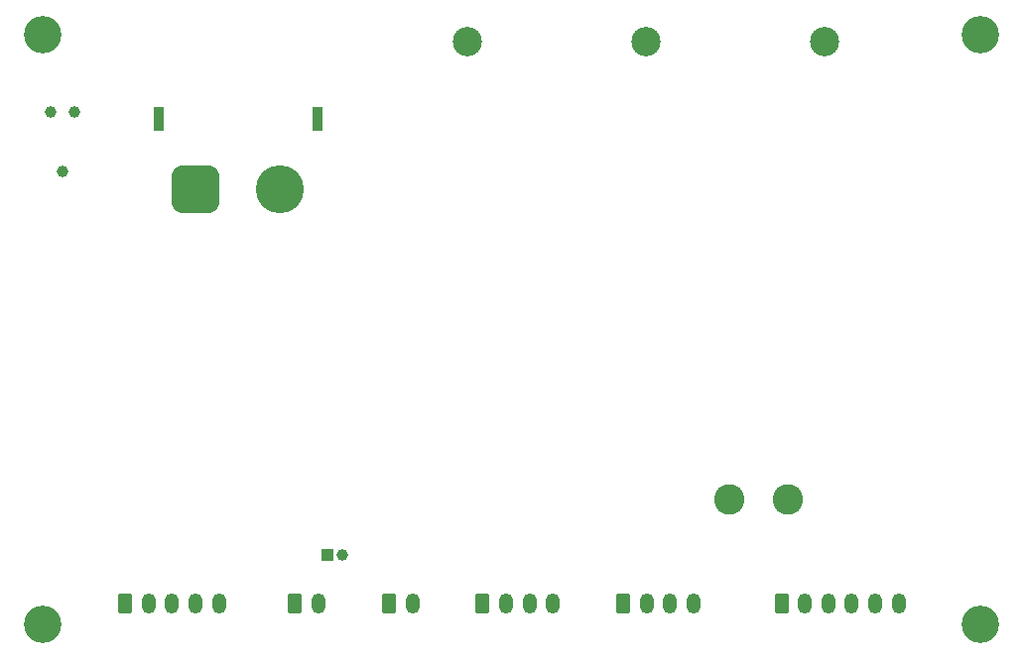
<source format=gbr>
%TF.GenerationSoftware,KiCad,Pcbnew,9.0.2*%
%TF.CreationDate,2025-08-28T15:12:57+09:00*%
%TF.ProjectId,BLDC_Contr,424c4443-5f43-46f6-9e74-722e6b696361,rev?*%
%TF.SameCoordinates,Original*%
%TF.FileFunction,Soldermask,Bot*%
%TF.FilePolarity,Negative*%
%FSLAX46Y46*%
G04 Gerber Fmt 4.6, Leading zero omitted, Abs format (unit mm)*
G04 Created by KiCad (PCBNEW 9.0.2) date 2025-08-28 15:12:57*
%MOMM*%
%LPD*%
G01*
G04 APERTURE LIST*
G04 Aperture macros list*
%AMRoundRect*
0 Rectangle with rounded corners*
0 $1 Rounding radius*
0 $2 $3 $4 $5 $6 $7 $8 $9 X,Y pos of 4 corners*
0 Add a 4 corners polygon primitive as box body*
4,1,4,$2,$3,$4,$5,$6,$7,$8,$9,$2,$3,0*
0 Add four circle primitives for the rounded corners*
1,1,$1+$1,$2,$3*
1,1,$1+$1,$4,$5*
1,1,$1+$1,$6,$7*
1,1,$1+$1,$8,$9*
0 Add four rect primitives between the rounded corners*
20,1,$1+$1,$2,$3,$4,$5,0*
20,1,$1+$1,$4,$5,$6,$7,0*
20,1,$1+$1,$6,$7,$8,$9,0*
20,1,$1+$1,$8,$9,$2,$3,0*%
G04 Aperture macros list end*
%ADD10C,2.500000*%
%ADD11C,2.600000*%
%ADD12R,1.000000X1.000000*%
%ADD13C,1.000000*%
%ADD14C,3.200000*%
%ADD15R,0.900000X2.000000*%
%ADD16RoundRect,1.025000X-1.025000X-1.025000X1.025000X-1.025000X1.025000X1.025000X-1.025000X1.025000X0*%
%ADD17C,4.100000*%
%ADD18RoundRect,0.250000X-0.350000X-0.625000X0.350000X-0.625000X0.350000X0.625000X-0.350000X0.625000X0*%
%ADD19O,1.200000X1.750000*%
%ADD20C,0.990600*%
G04 APERTURE END LIST*
D10*
%TO.C,H5*%
X157734344Y-30227904D03*
%TD*%
D11*
%TO.C,L1*%
X149636184Y-69343905D03*
X154636184Y-69343905D03*
%TD*%
D12*
%TO.C,J8*%
X115280788Y-74042904D03*
D13*
X116550784Y-74042904D03*
%TD*%
D14*
%TO.C,H2*%
X171059184Y-29592904D03*
%TD*%
D10*
%TO.C,H7*%
X127254183Y-30227904D03*
%TD*%
D15*
%TO.C,J1*%
X100945184Y-36772904D03*
X114445184Y-36772904D03*
D16*
X104095184Y-42772904D03*
D17*
X111295184Y-42772904D03*
%TD*%
D18*
%TO.C,J7*%
X112559183Y-78196904D03*
D19*
X114559184Y-78196904D03*
%TD*%
D14*
%TO.C,H3*%
X91059183Y-80000000D03*
%TD*%
D18*
%TO.C,J6*%
X120559183Y-78196904D03*
D19*
X122559184Y-78196904D03*
%TD*%
D20*
%TO.C,J2*%
X92753184Y-41248904D03*
X91737184Y-36168904D03*
X93769184Y-36168904D03*
%TD*%
D18*
%TO.C,J5*%
X128559183Y-78196904D03*
D19*
X130559184Y-78196904D03*
X132559183Y-78196904D03*
X134559183Y-78196904D03*
%TD*%
D14*
%TO.C,H4*%
X171059184Y-80000000D03*
%TD*%
D18*
%TO.C,J10*%
X98059183Y-78196904D03*
D19*
X100059184Y-78196904D03*
X102059183Y-78196904D03*
X104059183Y-78196904D03*
X106059183Y-78196904D03*
%TD*%
D14*
%TO.C,H1*%
X91059183Y-29592904D03*
%TD*%
D18*
%TO.C,J4*%
X140559183Y-78196904D03*
D19*
X142559184Y-78196904D03*
X144559183Y-78196904D03*
X146559183Y-78196904D03*
%TD*%
D18*
%TO.C,J3*%
X154059184Y-78196904D03*
D19*
X156059185Y-78196904D03*
X158059184Y-78196904D03*
X160059184Y-78196904D03*
X162059184Y-78196904D03*
X164059184Y-78196904D03*
%TD*%
D10*
%TO.C,H6*%
X142494344Y-30227904D03*
%TD*%
M02*

</source>
